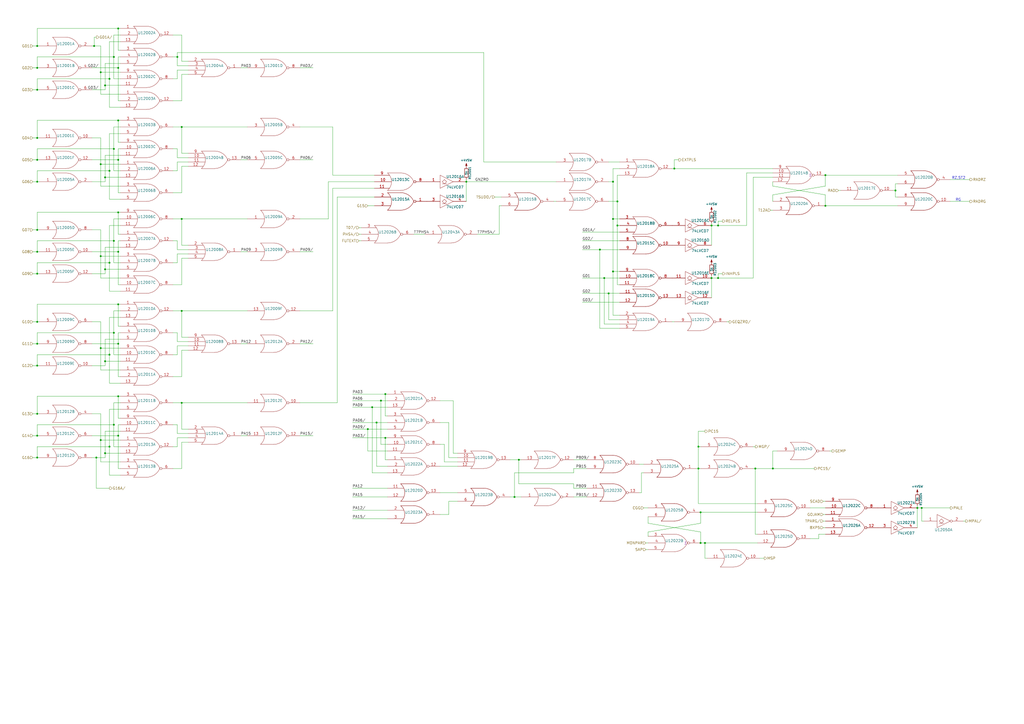
<source format=kicad_sch>
(kicad_sch (version 20211123) (generator eeschema)
  (paper "A2")
  (junction (at 54.61 26.67))
  (junction (at 21.59 212.09))
  (junction (at 21.59 252.73))
  (junction (at 63.5 205.74))
  (junction (at 21.59 240.03))
  (junction (at 416.56 130.81))
  (junction (at 60.96 262.89))
  (junction (at 218.44 245.11))
  (junction (at 405.13 271.78))
  (junction (at 21.59 92.71))
  (junction (at 21.59 133.35))
  (junction (at 358.14 116.84))
  (junction (at 355.6 157.48))
  (junction (at 478.79 119.38))
  (junction (at 355.6 127))
  (junction (at 448.31 271.78))
  (junction (at 353.06 170.18))
  (junction (at 68.58 92.71))
  (junction (at 66.04 86.36))
  (junction (at 105.41 73.66))
  (junction (at 391.16 97.79))
  (junction (at 58.42 95.25))
  (junction (at 21.59 39.37))
  (junction (at 21.59 146.05))
  (junction (at 406.4 297.18))
  (junction (at 220.98 232.41))
  (junction (at 60.96 156.21))
  (junction (at 355.6 105.41))
  (junction (at 534.67 294.64))
  (junction (at 63.5 99.06))
  (junction (at 105.41 233.68))
  (junction (at 68.58 199.39))
  (junction (at 58.42 41.91))
  (junction (at 412.75 161.29))
  (junction (at 21.59 105.41))
  (junction (at 350.52 161.29))
  (junction (at 213.36 248.92))
  (junction (at 60.96 102.87))
  (junction (at 68.58 69.85))
  (junction (at 66.04 193.04))
  (junction (at 63.5 45.72))
  (junction (at 21.59 265.43))
  (junction (at 68.58 16.51))
  (junction (at 68.58 176.53))
  (junction (at 298.45 288.29))
  (junction (at 405.13 259.08))
  (junction (at 68.58 39.37))
  (junction (at 21.59 199.39))
  (junction (at 223.52 228.6))
  (junction (at 408.94 314.96))
  (junction (at 66.04 246.38))
  (junction (at 68.58 252.73))
  (junction (at 270.51 105.41))
  (junction (at 406.4 314.96))
  (junction (at 21.59 158.75))
  (junction (at 532.13 294.64))
  (junction (at 215.9 236.22))
  (junction (at 416.56 161.29))
  (junction (at 68.58 146.05))
  (junction (at 55.88 265.43))
  (junction (at 21.59 80.01))
  (junction (at 58.42 201.93))
  (junction (at 21.59 186.69))
  (junction (at 102.87 33.02))
  (junction (at 223.52 254))
  (junction (at 438.15 271.78))
  (junction (at 358.14 130.81))
  (junction (at 21.59 52.07))
  (junction (at 63.5 259.08))
  (junction (at 300.99 266.7))
  (junction (at 412.75 130.81))
  (junction (at 63.5 152.4))
  (junction (at 58.42 148.59))
  (junction (at 68.58 123.19))
  (junction (at 347.98 144.78))
  (junction (at 60.96 209.55))
  (junction (at 68.58 229.87))
  (junction (at 21.59 26.67))
  (junction (at 519.43 110.49))
  (junction (at 66.04 33.02))
  (junction (at 478.79 101.6))
  (junction (at 58.42 255.27))
  (junction (at 66.04 139.7))
  (junction (at 105.41 127))
  (junction (at 105.41 180.34))
  (junction (at 60.96 49.53))
  (wire (pts (xy 105.41 248.92) (xy 109.22 248.92)))
  (wire (pts (xy 257.81 257.81) (xy 257.81 267.97)))
  (wire (pts (xy 21.59 229.87) (xy 68.58 229.87)))
  (wire (pts (xy 21.59 205.74) (xy 63.5 205.74)))
  (wire (pts (xy 213.36 248.92) (xy 224.79 248.92)))
  (wire (pts (xy 391.16 97.79) (xy 391.16 92.71)))
  (wire (pts (xy 68.58 139.7) (xy 69.85 139.7)))
  (wire (pts (xy 373.38 269.24) (xy 370.84 269.24)))
  (wire (pts (xy 63.5 184.15) (xy 63.5 205.74)))
  (wire (pts (xy 19.05 26.67) (xy 21.59 26.67)))
  (wire (pts (xy 416.56 161.29) (xy 416.56 158.75)))
  (wire (pts (xy 21.59 26.67) (xy 21.59 16.51)))
  (wire (pts (xy 300.99 266.7) (xy 300.99 280.67)))
  (wire (pts (xy 60.96 49.53) (xy 69.85 49.53)))
  (wire (pts (xy 173.99 73.66) (xy 193.04 73.66)))
  (wire (pts (xy 21.59 52.07) (xy 21.59 45.72)))
  (wire (pts (xy 102.87 205.74) (xy 102.87 200.66)))
  (wire (pts (xy 68.58 176.53) (xy 69.85 176.53)))
  (wire (pts (xy 105.41 256.54) (xy 109.22 256.54)))
  (wire (pts (xy 19.05 105.41) (xy 21.59 105.41)))
  (wire (pts (xy 469.9 294.64) (xy 478.79 294.64)))
  (wire (pts (xy 53.34 146.05) (xy 68.58 146.05)))
  (wire (pts (xy 190.5 127) (xy 190.5 105.41)))
  (wire (pts (xy 69.85 255.27) (xy 58.42 255.27)))
  (wire (pts (xy 405.13 250.19) (xy 405.13 259.08)))
  (wire (pts (xy 63.5 275.59) (xy 69.85 275.59)))
  (wire (pts (xy 21.59 186.69) (xy 22.86 186.69)))
  (wire (pts (xy 290.83 119.38) (xy 289.56 119.38)))
  (wire (pts (xy 105.41 180.34) (xy 105.41 195.58)))
  (wire (pts (xy 353.06 93.98) (xy 359.41 93.98)))
  (wire (pts (xy 193.04 101.6) (xy 217.17 101.6)))
  (wire (pts (xy 405.13 259.08) (xy 406.4 259.08)))
  (wire (pts (xy 105.41 271.78) (xy 105.41 256.54)))
  (wire (pts (xy 213.36 119.38) (xy 217.17 119.38)))
  (wire (pts (xy 478.79 298.45) (xy 477.52 298.45)))
  (wire (pts (xy 68.58 111.76) (xy 69.85 111.76)))
  (wire (pts (xy 257.81 267.97) (xy 265.43 267.97)))
  (wire (pts (xy 337.82 170.18) (xy 353.06 170.18)))
  (wire (pts (xy 100.33 20.32) (xy 105.41 20.32)))
  (wire (pts (xy 436.88 161.29) (xy 436.88 102.87)))
  (wire (pts (xy 100.33 86.36) (xy 102.87 86.36)))
  (wire (pts (xy 105.41 233.68) (xy 105.41 248.92)))
  (wire (pts (xy 412.75 160.02) (xy 412.75 161.29)))
  (wire (pts (xy 66.04 86.36) (xy 66.04 99.06)))
  (wire (pts (xy 321.31 116.84) (xy 322.58 116.84)))
  (wire (pts (xy 68.58 86.36) (xy 68.58 92.71)))
  (wire (pts (xy 139.7 146.05) (xy 143.51 146.05)))
  (wire (pts (xy 58.42 133.35) (xy 58.42 148.59)))
  (wire (pts (xy 448.31 113.03) (xy 448.31 116.84)))
  (wire (pts (xy 21.59 123.19) (xy 68.58 123.19)))
  (wire (pts (xy 223.52 228.6) (xy 224.79 228.6)))
  (wire (pts (xy 68.58 33.02) (xy 68.58 39.37)))
  (wire (pts (xy 355.6 97.79) (xy 359.41 97.79)))
  (wire (pts (xy 60.96 49.53) (xy 60.96 52.07)))
  (wire (pts (xy 21.59 105.41) (xy 22.86 105.41)))
  (wire (pts (xy 19.05 252.73) (xy 21.59 252.73)))
  (wire (pts (xy 478.79 107.95) (xy 448.31 113.03)))
  (wire (pts (xy 478.79 302.26) (xy 477.52 302.26)))
  (wire (pts (xy 406.4 297.18) (xy 439.42 297.18)))
  (wire (pts (xy 347.98 144.78) (xy 359.41 144.78)))
  (wire (pts (xy 66.04 180.34) (xy 66.04 193.04)))
  (wire (pts (xy 558.8 302.26) (xy 560.07 302.26)))
  (wire (pts (xy 105.41 149.86) (xy 109.22 149.86)))
  (wire (pts (xy 105.41 88.9) (xy 109.22 88.9)))
  (wire (pts (xy 102.87 99.06) (xy 102.87 93.98)))
  (wire (pts (xy 66.04 33.02) (xy 66.04 45.72)))
  (wire (pts (xy 60.96 262.89) (xy 69.85 262.89)))
  (wire (pts (xy 55.88 265.43) (xy 53.34 265.43)))
  (wire (pts (xy 215.9 236.22) (xy 215.9 274.32)))
  (wire (pts (xy 69.85 148.59) (xy 58.42 148.59)))
  (wire (pts (xy 105.41 73.66) (xy 143.51 73.66)))
  (wire (pts (xy 66.04 73.66) (xy 66.04 86.36)))
  (wire (pts (xy 255.27 257.81) (xy 257.81 257.81)))
  (wire (pts (xy 289.56 135.89) (xy 276.86 135.89)))
  (wire (pts (xy 270.51 105.41) (xy 322.58 105.41)))
  (wire (pts (xy 139.7 252.73) (xy 143.51 252.73)))
  (wire (pts (xy 68.58 33.02) (xy 69.85 33.02)))
  (wire (pts (xy 60.96 209.55) (xy 60.96 212.09)))
  (wire (pts (xy 66.04 233.68) (xy 66.04 246.38)))
  (wire (pts (xy 21.59 69.85) (xy 68.58 69.85)))
  (wire (pts (xy 220.98 232.41) (xy 220.98 257.81)))
  (wire (pts (xy 63.5 45.72) (xy 63.5 62.23)))
  (wire (pts (xy 60.96 156.21) (xy 60.96 158.75)))
  (wire (pts (xy 60.96 250.19) (xy 60.96 262.89)))
  (wire (pts (xy 298.45 274.32) (xy 298.45 288.29)))
  (wire (pts (xy 102.87 200.66) (xy 109.22 200.66)))
  (wire (pts (xy 58.42 54.61) (xy 69.85 54.61)))
  (wire (pts (xy 60.96 102.87) (xy 69.85 102.87)))
  (wire (pts (xy 69.85 95.25) (xy 58.42 95.25)))
  (wire (pts (xy 58.42 186.69) (xy 58.42 201.93)))
  (wire (pts (xy 100.33 127) (xy 105.41 127)))
  (wire (pts (xy 21.59 133.35) (xy 22.86 133.35)))
  (wire (pts (xy 389.89 97.79) (xy 391.16 97.79)))
  (wire (pts (xy 100.33 33.02) (xy 102.87 33.02)))
  (wire (pts (xy 63.5 24.13) (xy 69.85 24.13)))
  (wire (pts (xy 332.74 280.67) (xy 332.74 283.21)))
  (wire (pts (xy 21.59 265.43) (xy 22.86 265.43)))
  (wire (pts (xy 102.87 251.46) (xy 109.22 251.46)))
  (wire (pts (xy 60.96 250.19) (xy 69.85 250.19)))
  (wire (pts (xy 359.41 139.7) (xy 337.82 139.7)))
  (wire (pts (xy 223.52 254) (xy 223.52 266.7)))
  (wire (pts (xy 63.5 99.06) (xy 63.5 115.57)))
  (wire (pts (xy 532.13 294.64) (xy 534.67 294.64)))
  (wire (pts (xy 19.05 186.69) (xy 21.59 186.69)))
  (wire (pts (xy 195.58 114.3) (xy 217.17 114.3)))
  (wire (pts (xy 68.58 135.89) (xy 69.85 135.89)))
  (wire (pts (xy 353.06 170.18) (xy 359.41 170.18)))
  (wire (pts (xy 100.33 246.38) (xy 102.87 246.38)))
  (wire (pts (xy 102.87 152.4) (xy 102.87 147.32)))
  (wire (pts (xy 68.58 242.57) (xy 69.85 242.57)))
  (wire (pts (xy 53.34 252.73) (xy 68.58 252.73)))
  (wire (pts (xy 532.13 294.64) (xy 532.13 306.07)))
  (wire (pts (xy 190.5 105.41) (xy 217.17 105.41)))
  (wire (pts (xy 139.7 92.71) (xy 143.51 92.71)))
  (wire (pts (xy 68.58 165.1) (xy 69.85 165.1)))
  (wire (pts (xy 100.33 165.1) (xy 105.41 165.1)))
  (wire (pts (xy 63.5 184.15) (xy 69.85 184.15)))
  (wire (pts (xy 100.33 193.04) (xy 102.87 193.04)))
  (wire (pts (xy 478.79 101.6) (xy 478.79 107.95)))
  (wire (pts (xy 68.58 16.51) (xy 69.85 16.51)))
  (wire (pts (xy 60.96 143.51) (xy 69.85 143.51)))
  (wire (pts (xy 19.05 265.43) (xy 21.59 265.43)))
  (wire (pts (xy 370.84 285.75) (xy 372.11 285.75)))
  (wire (pts (xy 21.59 39.37) (xy 21.59 33.02)))
  (wire (pts (xy 105.41 73.66) (xy 105.41 88.9)))
  (wire (pts (xy 337.82 144.78) (xy 347.98 144.78)))
  (wire (pts (xy 21.59 52.07) (xy 22.86 52.07)))
  (wire (pts (xy 195.58 233.68) (xy 195.58 114.3)))
  (wire (pts (xy 389.89 186.69) (xy 391.16 186.69)))
  (wire (pts (xy 448.31 271.78) (xy 472.44 271.78)))
  (wire (pts (xy 66.04 259.08) (xy 69.85 259.08)))
  (wire (pts (xy 63.5 77.47) (xy 63.5 99.06)))
  (wire (pts (xy 405.13 259.08) (xy 405.13 271.78)))
  (wire (pts (xy 100.33 58.42) (xy 105.41 58.42)))
  (wire (pts (xy 53.34 39.37) (xy 68.58 39.37)))
  (wire (pts (xy 193.04 73.66) (xy 193.04 101.6)))
  (wire (pts (xy 416.56 128.27) (xy 419.1 128.27)))
  (wire (pts (xy 478.79 306.07) (xy 477.52 306.07)))
  (wire (pts (xy 21.59 265.43) (xy 21.59 259.08)))
  (wire (pts (xy 60.96 196.85) (xy 69.85 196.85)))
  (wire (pts (xy 68.58 229.87) (xy 68.58 242.57)))
  (wire (pts (xy 54.61 26.67) (xy 58.42 26.67)))
  (wire (pts (xy 66.04 99.06) (xy 69.85 99.06)))
  (wire (pts (xy 265.43 285.75) (xy 255.27 285.75)))
  (wire (pts (xy 298.45 288.29) (xy 302.26 288.29)))
  (wire (pts (xy 68.58 82.55) (xy 69.85 82.55)))
  (wire (pts (xy 181.61 146.05) (xy 173.99 146.05)))
  (wire (pts (xy 412.75 130.81) (xy 412.75 142.24)))
  (wire (pts (xy 68.58 69.85) (xy 69.85 69.85)))
  (wire (pts (xy 270.51 105.41) (xy 270.51 116.84)))
  (wire (pts (xy 181.61 199.39) (xy 173.99 199.39)))
  (wire (pts (xy 100.33 111.76) (xy 105.41 111.76)))
  (wire (pts (xy 21.59 158.75) (xy 22.86 158.75)))
  (wire (pts (xy 408.94 250.19) (xy 405.13 250.19)))
  (wire (pts (xy 375.92 314.96) (xy 374.65 314.96)))
  (wire (pts (xy 102.87 144.78) (xy 109.22 144.78)))
  (wire (pts (xy 105.41 165.1) (xy 105.41 149.86)))
  (wire (pts (xy 105.41 127) (xy 143.51 127)))
  (wire (pts (xy 21.59 193.04) (xy 66.04 193.04)))
  (wire (pts (xy 223.52 254) (xy 224.79 254)))
  (wire (pts (xy 412.75 130.81) (xy 416.56 130.81)))
  (wire (pts (xy 102.87 86.36) (xy 102.87 91.44)))
  (wire (pts (xy 218.44 270.51) (xy 224.79 270.51)))
  (wire (pts (xy 53.34 26.67) (xy 54.61 26.67)))
  (wire (pts (xy 173.99 180.34) (xy 193.04 180.34)))
  (wire (pts (xy 295.91 288.29) (xy 298.45 288.29)))
  (wire (pts (xy 66.04 45.72) (xy 69.85 45.72)))
  (wire (pts (xy 209.55 132.08) (xy 208.28 132.08)))
  (wire (pts (xy 139.7 39.37) (xy 143.51 39.37)))
  (wire (pts (xy 220.98 232.41) (xy 224.79 232.41)))
  (wire (pts (xy 403.86 271.78) (xy 405.13 271.78)))
  (wire (pts (xy 105.41 20.32) (xy 105.41 35.56)))
  (wire (pts (xy 519.43 106.68) (xy 520.7 106.68)))
  (wire (pts (xy 213.36 248.92) (xy 213.36 261.62)))
  (wire (pts (xy 347.98 190.5) (xy 359.41 190.5)))
  (wire (pts (xy 68.58 146.05) (xy 68.58 165.1)))
  (wire (pts (xy 63.5 168.91) (xy 69.85 168.91)))
  (wire (pts (xy 21.59 146.05) (xy 21.59 139.7)))
  (wire (pts (xy 181.61 92.71) (xy 173.99 92.71)))
  (wire (pts (xy 66.04 139.7) (xy 66.04 152.4)))
  (wire (pts (xy 355.6 105.41) (xy 355.6 127)))
  (wire (pts (xy 102.87 33.02) (xy 102.87 38.1)))
  (wire (pts (xy 358.14 130.81) (xy 358.14 165.1)))
  (wire (pts (xy 102.87 254) (xy 109.22 254)))
  (wire (pts (xy 68.58 123.19) (xy 69.85 123.19)))
  (wire (pts (xy 63.5 259.08) (xy 63.5 275.59)))
  (wire (pts (xy 209.55 139.7) (xy 208.28 139.7)))
  (wire (pts (xy 350.52 187.96) (xy 359.41 187.96)))
  (wire (pts (xy 213.36 261.62) (xy 224.79 261.62)))
  (wire (pts (xy 332.74 274.32) (xy 332.74 271.78)))
  (wire (pts (xy 372.11 274.32) (xy 373.38 274.32)))
  (wire (pts (xy 262.89 232.41) (xy 262.89 262.89)))
  (wire (pts (xy 433.07 100.33) (xy 448.31 100.33)))
  (wire (pts (xy 21.59 80.01) (xy 22.86 80.01)))
  (wire (pts (xy 63.5 237.49) (xy 63.5 259.08)))
  (wire (pts (xy 391.16 97.79) (xy 448.31 97.79)))
  (wire (pts (xy 100.33 271.78) (xy 105.41 271.78)))
  (wire (pts (xy 487.68 110.49) (xy 486.41 110.49)))
  (wire (pts (xy 265.43 270.51) (xy 255.27 270.51)))
  (wire (pts (xy 340.36 266.7) (xy 332.74 266.7)))
  (wire (pts (xy 68.58 246.38) (xy 69.85 246.38)))
  (wire (pts (xy 173.99 127) (xy 190.5 127)))
  (wire (pts (xy 21.59 199.39) (xy 21.59 193.04)))
  (wire (pts (xy 353.06 170.18) (xy 353.06 185.42)))
  (wire (pts (xy 58.42 255.27) (xy 58.42 267.97)))
  (wire (pts (xy 60.96 90.17) (xy 69.85 90.17)))
  (wire (pts (xy 58.42 267.97) (xy 69.85 267.97)))
  (wire (pts (xy 63.5 222.25) (xy 69.85 222.25)))
  (wire (pts (xy 204.47 228.6) (xy 223.52 228.6)))
  (wire (pts (xy 358.14 116.84) (xy 358.14 130.81)))
  (wire (pts (xy 100.33 45.72) (xy 102.87 45.72)))
  (wire (pts (xy 193.04 109.22) (xy 217.17 109.22)))
  (wire (pts (xy 68.58 193.04) (xy 68.58 199.39)))
  (wire (pts (xy 337.82 161.29) (xy 350.52 161.29)))
  (wire (pts (xy 102.87 259.08) (xy 102.87 254)))
  (wire (pts (xy 240.03 135.89) (xy 246.38 135.89)))
  (wire (pts (xy 105.41 180.34) (xy 143.51 180.34)))
  (wire (pts (xy 66.04 20.32) (xy 69.85 20.32)))
  (wire (pts (xy 355.6 157.48) (xy 359.41 157.48)))
  (wire (pts (xy 68.58 86.36) (xy 69.85 86.36)))
  (wire (pts (xy 262.89 262.89) (xy 265.43 262.89)))
  (wire (pts (xy 223.52 266.7) (xy 224.79 266.7)))
  (wire (pts (xy 255.27 298.45) (xy 260.35 298.45)))
  (wire (pts (xy 21.59 246.38) (xy 66.04 246.38)))
  (wire (pts (xy 58.42 41.91) (xy 58.42 54.61)))
  (wire (pts (xy 224.79 295.91) (xy 204.47 295.91)))
  (wire (pts (xy 260.35 245.11) (xy 260.35 265.43)))
  (wire (pts (xy 358.14 165.1) (xy 359.41 165.1)))
  (wire (pts (xy 375.92 303.53) (xy 375.92 299.72)))
  (wire (pts (xy 478.79 290.83) (xy 477.52 290.83)))
  (wire (pts (xy 102.87 246.38) (xy 102.87 251.46)))
  (wire (pts (xy 105.41 35.56) (xy 109.22 35.56)))
  (wire (pts (xy 448.31 121.92) (xy 447.04 121.92)))
  (wire (pts (xy 391.16 92.71) (xy 393.7 92.71)))
  (wire (pts (xy 332.74 283.21) (xy 340.36 283.21)))
  (wire (pts (xy 287.02 114.3) (xy 290.83 114.3)))
  (wire (pts (xy 448.31 261.62) (xy 450.85 261.62)))
  (wire (pts (xy 105.41 58.42) (xy 105.41 43.18)))
  (wire (pts (xy 105.41 127) (xy 105.41 142.24)))
  (wire (pts (xy 218.44 245.11) (xy 224.79 245.11)))
  (wire (pts (xy 519.43 114.3) (xy 520.7 114.3)))
  (wire (pts (xy 53.34 80.01) (xy 58.42 80.01)))
  (wire (pts (xy 534.67 302.26) (xy 535.94 302.26)))
  (wire (pts (xy 63.5 237.49) (xy 69.85 237.49)))
  (wire (pts (xy 102.87 93.98) (xy 109.22 93.98)))
  (wire (pts (xy 21.59 86.36) (xy 66.04 86.36)))
  (wire (pts (xy 406.4 314.96) (xy 408.94 314.96)))
  (wire (pts (xy 60.96 158.75) (xy 53.34 158.75)))
  (wire (pts (xy 55.88 265.43) (xy 55.88 283.21)))
  (wire (pts (xy 478.79 119.38) (xy 520.7 119.38)))
  (wire (pts (xy 21.59 199.39) (xy 22.86 199.39)))
  (wire (pts (xy 21.59 240.03) (xy 22.86 240.03)))
  (wire (pts (xy 481.33 261.62) (xy 482.6 261.62)))
  (wire (pts (xy 21.59 146.05) (xy 22.86 146.05)))
  (wire (pts (xy 19.05 52.07) (xy 21.59 52.07)))
  (wire (pts (xy 375.92 318.77) (xy 374.65 318.77)))
  (wire (pts (xy 412.75 129.54) (xy 412.75 130.81)))
  (wire (pts (xy 102.87 30.48) (xy 102.87 33.02)))
  (wire (pts (xy 19.05 158.75) (xy 21.59 158.75)))
  (wire (pts (xy 66.04 73.66) (xy 69.85 73.66)))
  (wire (pts (xy 406.4 303.53) (xy 375.92 308.61)))
  (wire (pts (xy 21.59 240.03) (xy 21.59 229.87)))
  (wire (pts (xy 63.5 205.74) (xy 63.5 222.25)))
  (wire (pts (xy 60.96 196.85) (xy 60.96 209.55)))
  (wire (pts (xy 68.58 246.38) (xy 68.58 252.73)))
  (wire (pts (xy 260.35 290.83) (xy 265.43 290.83)))
  (wire (pts (xy 102.87 139.7) (xy 102.87 144.78)))
  (wire (pts (xy 68.58 58.42) (xy 69.85 58.42)))
  (wire (pts (xy 54.61 21.59) (xy 55.88 21.59)))
  (wire (pts (xy 105.41 218.44) (xy 105.41 203.2)))
  (wire (pts (xy 21.59 80.01) (xy 21.59 69.85)))
  (wire (pts (xy 21.59 99.06) (xy 63.5 99.06)))
  (wire (pts (xy 204.47 245.11) (xy 218.44 245.11)))
  (wire (pts (xy 438.15 259.08) (xy 436.88 259.08)))
  (wire (pts (xy 60.96 209.55) (xy 69.85 209.55)))
  (wire (pts (xy 66.04 193.04) (xy 66.04 205.74)))
  (wire (pts (xy 68.58 69.85) (xy 68.58 82.55)))
  (wire (pts (xy 416.56 130.81) (xy 416.56 128.27)))
  (wire (pts (xy 436.88 271.78) (xy 438.15 271.78)))
  (wire (pts (xy 21.59 92.71) (xy 22.86 92.71)))
  (wire (pts (xy 436.88 102.87) (xy 448.31 102.87)))
  (wire (pts (xy 63.5 130.81) (xy 63.5 152.4)))
  (wire (pts (xy 224.79 283.21) (xy 204.47 283.21)))
  (wire (pts (xy 58.42 26.67) (xy 58.42 41.91)))
  (wire (pts (xy 347.98 144.78) (xy 347.98 190.5)))
  (wire (pts (xy 204.47 232.41) (xy 220.98 232.41)))
  (wire (pts (xy 438.15 271.78) (xy 438.15 309.88)))
  (wire (pts (xy 102.87 91.44) (xy 109.22 91.44)))
  (wire (pts (xy 58.42 240.03) (xy 58.42 255.27)))
  (wire (pts (xy 105.41 203.2) (xy 109.22 203.2)))
  (wire (pts (xy 359.41 175.26) (xy 337.82 175.26)))
  (wire (pts (xy 58.42 95.25) (xy 58.42 107.95)))
  (wire (pts (xy 21.59 133.35) (xy 21.59 123.19)))
  (wire (pts (xy 60.96 265.43) (xy 55.88 265.43)))
  (wire (pts (xy 223.52 228.6) (xy 223.52 241.3)))
  (wire (pts (xy 21.59 186.69) (xy 21.59 176.53)))
  (wire (pts (xy 58.42 80.01) (xy 58.42 95.25)))
  (wire (pts (xy 58.42 214.63) (xy 69.85 214.63)))
  (wire (pts (xy 102.87 38.1) (xy 109.22 38.1)))
  (wire (pts (xy 21.59 259.08) (xy 63.5 259.08)))
  (wire (pts (xy 66.04 205.74) (xy 69.85 205.74)))
  (wire (pts (xy 100.33 73.66) (xy 105.41 73.66)))
  (wire (pts (xy 474.98 312.42) (xy 474.98 309.88)))
  (wire (pts (xy 270.51 104.14) (xy 270.51 105.41)))
  (wire (pts (xy 68.58 16.51) (xy 68.58 29.21)))
  (wire (pts (xy 63.5 130.81) (xy 69.85 130.81)))
  (wire (pts (xy 416.56 158.75) (xy 419.1 158.75)))
  (wire (pts (xy 433.07 130.81) (xy 433.07 100.33)))
  (wire (pts (xy 21.59 139.7) (xy 66.04 139.7)))
  (wire (pts (xy 289.56 119.38) (xy 289.56 135.89)))
  (wire (pts (xy 68.58 29.21) (xy 69.85 29.21)))
  (wire (pts (xy 60.96 212.09) (xy 53.34 212.09)))
  (wire (pts (xy 102.87 198.12) (xy 109.22 198.12)))
  (wire (pts (xy 21.59 176.53) (xy 68.58 176.53)))
  (wire (pts (xy 412.75 161.29) (xy 412.75 172.72)))
  (wire (pts (xy 69.85 41.91) (xy 58.42 41.91)))
  (wire (pts (xy 100.33 218.44) (xy 105.41 218.44)))
  (wire (pts (xy 60.96 36.83) (xy 69.85 36.83)))
  (wire (pts (xy 416.56 161.29) (xy 436.88 161.29)))
  (wire (pts (xy 55.88 283.21) (xy 63.5 283.21)))
  (wire (pts (xy 60.96 105.41) (xy 53.34 105.41)))
  (wire (pts (xy 68.58 193.04) (xy 69.85 193.04)))
  (wire (pts (xy 21.59 26.67) (xy 22.86 26.67)))
  (wire (pts (xy 63.5 152.4) (xy 63.5 168.91)))
  (wire (pts (xy 68.58 123.19) (xy 68.58 135.89)))
  (wire (pts (xy 68.58 271.78) (xy 69.85 271.78)))
  (wire (pts (xy 478.79 113.03) (xy 448.31 107.95)))
  (wire (pts (xy 21.59 16.51) (xy 68.58 16.51)))
  (wire (pts (xy 295.91 266.7) (xy 300.99 266.7)))
  (wire (pts (xy 53.34 133.35) (xy 58.42 133.35)))
  (wire (pts (xy 551.18 116.84) (xy 562.61 116.84)))
  (wire (pts (xy 478.79 101.6) (xy 520.7 101.6)))
  (wire (pts (xy 68.58 189.23) (xy 69.85 189.23)))
  (wire (pts (xy 19.05 212.09) (xy 21.59 212.09)))
  (wire (pts (xy 532.13 293.37) (xy 532.13 294.64)))
  (wire (pts (xy 66.04 127) (xy 66.04 139.7)))
  (wire (pts (xy 66.04 20.32) (xy 66.04 33.02)))
  (wire (pts (xy 255.27 232.41) (xy 262.89 232.41)))
  (wire (pts (xy 375.92 294.64) (xy 373.38 294.64)))
  (wire (pts (xy 405.13 292.1) (xy 439.42 292.1)))
  (wire (pts (xy 68.58 39.37) (xy 68.58 58.42)))
  (wire (pts (xy 220.98 257.81) (xy 224.79 257.81)))
  (wire (pts (xy 350.52 161.29) (xy 350.52 187.96)))
  (wire (pts (xy 551.18 104.14) (xy 562.61 104.14)))
  (wire (pts (xy 181.61 39.37) (xy 173.99 39.37)))
  (wire (pts (xy 68.58 252.73) (xy 68.58 271.78)))
  (wire (pts (xy 60.96 52.07) (xy 53.34 52.07)))
  (wire (pts (xy 21.59 212.09) (xy 21.59 205.74)))
  (wire (pts (xy 300.99 280.67) (xy 332.74 280.67)))
  (wire (pts (xy 53.34 186.69) (xy 58.42 186.69)))
  (wire (pts (xy 215.9 274.32) (xy 224.79 274.32)))
  (wire (pts (xy 204.47 248.92) (xy 213.36 248.92)))
  (wire (pts (xy 21.59 39.37) (xy 22.86 39.37)))
  (wire (pts (xy 102.87 45.72) (xy 102.87 40.64)))
  (wire (pts (xy 448.31 107.95) (xy 448.31 105.41)))
  (wire (pts (xy 412.75 161.29) (xy 416.56 161.29)))
  (wire (pts (xy 21.59 33.02) (xy 66.04 33.02)))
  (wire (pts (xy 478.79 119.38) (xy 478.79 113.03)))
  (wire (pts (xy 21.59 252.73) (xy 22.86 252.73)))
  (wire (pts (xy 60.96 156.21) (xy 69.85 156.21)))
  (wire (pts (xy 406.4 308.61) (xy 375.92 303.53)))
  (wire (pts (xy 204.47 254) (xy 223.52 254)))
  (wire (pts (xy 181.61 252.73) (xy 173.99 252.73)))
  (wire (pts (xy 21.59 105.41) (xy 21.59 99.06)))
  (wire (pts (xy 359.41 101.6) (xy 358.14 101.6)))
  (wire (pts (xy 100.33 99.06) (xy 102.87 99.06)))
  (wire (pts (xy 19.05 39.37) (xy 21.59 39.37)))
  (wire (pts (xy 438.15 271.78) (xy 448.31 271.78)))
  (wire (pts (xy 375.92 308.61) (xy 375.92 311.15)))
  (wire (pts (xy 53.34 240.03) (xy 58.42 240.03)))
  (wire (pts (xy 358.14 130.81) (xy 359.41 130.81)))
  (wire (pts (xy 60.96 143.51) (xy 60.96 156.21)))
  (wire (pts (xy 353.06 105.41) (xy 355.6 105.41)))
  (wire (pts (xy 408.94 323.85) (xy 410.21 323.85)))
  (wire (pts (xy 100.33 259.08) (xy 102.87 259.08)))
  (wire (pts (xy 53.34 199.39) (xy 68.58 199.39)))
  (wire (pts (xy 405.13 271.78) (xy 405.13 292.1)))
  (wire (pts (xy 353.06 185.42) (xy 359.41 185.42)))
  (wire (pts (xy 422.91 186.69) (xy 421.64 186.69)))
  (wire (pts (xy 218.44 245.11) (xy 218.44 270.51)))
  (wire (pts (xy 63.5 115.57) (xy 69.85 115.57)))
  (wire (pts (xy 355.6 127) (xy 355.6 157.48)))
  (wire (pts (xy 139.7 199.39) (xy 143.51 199.39)))
  (wire (pts (xy 58.42 148.59) (xy 58.42 161.29)))
  (wire (pts (xy 100.33 180.34) (xy 105.41 180.34)))
  (wire (pts (xy 255.27 245.11) (xy 260.35 245.11)))
  (wire (pts (xy 534.67 294.64) (xy 551.18 294.64)))
  (wire (pts (xy 359.41 134.62) (xy 337.82 134.62)))
  (wire (pts (xy 406.4 297.18) (xy 406.4 303.53)))
  (wire (pts (xy 58.42 201.93) (xy 58.42 214.63)))
  (wire (pts (xy 332.74 288.29) (xy 340.36 288.29)))
  (wire (pts (xy 102.87 40.64) (xy 109.22 40.64)))
  (wire (pts (xy 21.59 152.4) (xy 63.5 152.4)))
  (wire (pts (xy 66.04 127) (xy 69.85 127)))
  (wire (pts (xy 102.87 147.32) (xy 109.22 147.32)))
  (wire (pts (xy 68.58 176.53) (xy 68.58 189.23)))
  (wire (pts (xy 534.67 302.26) (xy 534.67 294.64)))
  (wire (pts (xy 280.67 30.48) (xy 280.67 93.98)))
  (wire (pts (xy 66.04 180.34) (xy 69.85 180.34)))
  (wire (pts (xy 355.6 127) (xy 359.41 127)))
  (wire (pts (xy 224.79 288.29) (xy 204.47 288.29)))
  (wire (pts (xy 66.04 246.38) (xy 66.04 259.08)))
  (wire (pts (xy 519.43 106.68) (xy 519.43 110.49)))
  (wire (pts (xy 100.33 139.7) (xy 102.87 139.7)))
  (wire (pts (xy 68.58 139.7) (xy 68.58 146.05)))
  (wire (pts (xy 63.5 24.13) (xy 63.5 45.72)))
  (wire (pts (xy 63.5 62.23) (xy 69.85 62.23)))
  (wire (pts (xy 358.14 101.6) (xy 358.14 116.84)))
  (wire (pts (xy 100.33 205.74) (xy 102.87 205.74)))
  (wire (pts (xy 260.35 265.43) (xy 265.43 265.43)))
  (wire (pts (xy 60.96 90.17) (xy 60.96 102.87)))
  (wire (pts (xy 68.58 92.71) (xy 68.58 111.76)))
  (wire (pts (xy 208.28 135.89) (xy 209.55 135.89)))
  (wire (pts (xy 355.6 157.48) (xy 355.6 182.88)))
  (wire (pts (xy 100.33 152.4) (xy 102.87 152.4)))
  (wire (pts (xy 21.59 212.09) (xy 22.86 212.09)))
  (wire (pts (xy 105.41 96.52) (xy 109.22 96.52)))
  (wire (pts (xy 21.59 158.75) (xy 21.59 152.4)))
  (wire (pts (xy 440.69 323.85) (xy 443.23 323.85)))
  (wire (pts (xy 68.58 229.87) (xy 69.85 229.87)))
  (wire (pts (xy 408.94 314.96) (xy 439.42 314.96)))
  (wire (pts (xy 105.41 233.68) (xy 143.51 233.68)))
  (wire (pts (xy 260.35 298.45) (xy 260.35 290.83)))
  (wire (pts (xy 408.94 314.96) (xy 408.94 323.85)))
  (wire (pts (xy 102.87 30.48) (xy 280.67 30.48)))
  (wire (pts (xy 469.9 312.42) (xy 474.98 312.42)))
  (wire (pts (xy 223.52 241.3) (xy 224.79 241.3)))
  (wire (pts (xy 21.59 45.72) (xy 63.5 45.72)))
  (wire (pts (xy 298.45 274.32) (xy 332.74 274.32)))
  (wire (pts (xy 19.05 240.03) (xy 21.59 240.03)))
  (wire (pts (xy 215.9 236.22) (xy 224.79 236.22)))
  (wire (pts (xy 102.87 193.04) (xy 102.87 198.12)))
  (wire (pts (xy 280.67 93.98) (xy 322.58 93.98)))
  (wire (pts (xy 66.04 152.4) (xy 69.85 152.4)))
  (wire (pts (xy 66.04 233.68) (xy 69.85 233.68)))
  (wire (pts (xy 350.52 161.29) (xy 359.41 161.29)))
  (wire (pts (xy 355.6 97.79) (xy 355.6 105.41)))
  (wire (pts (xy 19.05 146.05) (xy 21.59 146.05)))
  (wire (pts (xy 60.96 102.87) (xy 60.96 105.41)))
  (wire (pts (xy 173.99 233.68) (xy 195.58 233.68)))
  (wire (pts (xy 21.59 92.71) (xy 21.59 86.36)))
  (wire (pts (xy 300.99 266.7) (xy 302.26 266.7)))
  (wire (pts (xy 224.79 300.99) (xy 204.47 300.99)))
  (wire (pts (xy 448.31 271.78) (xy 448.31 261.62)))
  (wire (pts (xy 19.05 199.39) (xy 21.59 199.39)))
  (wire (pts (xy 58.42 107.95) (xy 69.85 107.95)))
  (wire (pts (xy 355.6 182.88) (xy 359.41 182.88)))
  (wire (pts (xy 193.04 180.34) (xy 193.04 109.22)))
  (wire (pts (xy 69.85 201.93) (xy 58.42 201.93)))
  (wire (pts (xy 438.15 309.88) (xy 439.42 309.88)))
  (wire (pts (xy 19.05 80.01) (xy 21.59 80.01)))
  (wire (pts (xy 406.4 314.96) (xy 406.4 308.61)))
  (wire (pts (xy 21.59 252.73) (xy 21.59 246.38)))
  (wire (pts (xy 63.5 77.47) (xy 69.85 77.47)))
  (wire (pts (xy 358.14 116.84) (xy 353.06 116.84)))
  (wire (pts (xy 60.96 262.89) (xy 60.96 265.43)))
  (wire (pts (xy 204.47 236.22) (xy 215.9 236.22)))
  (wire (pts (xy 416.56 130.81) (xy 433.07 130.81)))
  (wire (pts (xy 474.98 309.88) (xy 478.79 309.88)))
  (wire (pts (xy 518.16 110.49) (xy 519.43 110.49)))
  (wire (pts (xy 53.34 92.71) (xy 68.58 92.71)))
  (wire (pts (xy 519.43 110.49) (xy 519.43 114.3)))
  (wire (pts (xy 105.41 43.18) (xy 109.22 43.18)))
  (wire (pts (xy 19.05 133.35) (xy 21.59 133.35)))
  (wire (pts (xy 100.33 233.68) (xy 105.41 233.68)))
  (wire (pts (xy 19.05 92.71) (xy 21.59 92.71)))
  (wire (pts (xy 60.96 36.83) (xy 60.96 49.53)))
  (wire (pts (xy 105.41 142.24) (xy 109.22 142.24)))
  (wire (pts (xy 332.74 271.78) (xy 340.36 271.78)))
  (wire (pts (xy 54.61 26.67) (xy 54.61 21.59)))
  (wire (pts (xy 68.58 218.44) (xy 69.85 218.44)))
  (wire (pts (xy 105.41 195.58) (xy 109.22 195.58)))
  (wire (pts (xy 68.58 199.39) (xy 68.58 218.44)))
  (wire (pts (xy 372.11 285.75) (xy 372.11 274.32)))
  (wire (pts (xy 405.13 271.78) (xy 406.4 271.78)))
  (wire (pts (xy 58.42 161.29) (xy 69.85 161.29)))
  (wire (pts (xy 105.41 111.76) (xy 105.41 96.52)))
  (text "RZ,ST2" (at 560.07 104.14 180) (effects (font (size 1.524 1.524)) (justify right bottom)))
  (text "RG" (at 557.53 116.84 180) (effects (font (size 1.524 1.524)) (justify right bottom)))
  (label "PA09" (at 204.47 236.22 0) (effects (font (size 1.524 1.524))))
  (label "PA09/" (at 204.47 248.92 0) (effects (font (size 1.524 1.524))))
  (label "PA09/" (at 181.61 146.05 180) (effects (font (size 1.524 1.524))))
  (label "G03/" (at 57.15 52.07 180) (effects (font (size 1.524 1.524))))
  (label "G02/" (at 57.15 39.37 180) (effects (font (size 1.524 1.524))))
  (label "PA15/" (at 204.47 300.99 0) (effects (font (size 1.524 1.524))))
  (label "PA12/" (at 204.47 295.91 0) (effects (font (size 1.524 1.524))))
  (label "PA06" (at 139.7 92.71 0) (effects (font (size 1.524 1.524))))
  (label "G02/" (at 337.82 139.7 0) (effects (font (size 1.524 1.524))))
  (label "PA06/" (at 181.61 92.71 180) (effects (font (size 1.524 1.524))))
  (label "G02" (at 337.82 170.18 0) (effects (font (size 1.524 1.524))))
  (label "PA03" (at 204.47 228.6 0) (effects (font (size 1.524 1.524))))
  (label "PB15/" (at 334.01 288.29 0) (effects (font (size 1.524 1.524))))
  (label "PA06" (at 204.47 232.41 0) (effects (font (size 1.524 1.524))))
  (label "GNZRO" (at 275.59 105.41 0) (effects (font (size 1.524 1.524))))
  (label "G01A/" (at 337.82 134.62 0) (effects (font (size 1.524 1.524))))
  (label "PB09" (at 334.01 283.21 0) (effects (font (size 1.524 1.524))))
  (label "PA03/" (at 204.47 254 0) (effects (font (size 1.524 1.524))))
  (label "PA12" (at 139.7 199.39 0) (effects (font (size 1.524 1.524))))
  (label "PA03/" (at 181.61 39.37 180) (effects (font (size 1.524 1.524))))
  (label "PA03" (at 139.7 39.37 0) (effects (font (size 1.524 1.524))))
  (label "PB15" (at 334.01 271.78 0) (effects (font (size 1.524 1.524))))
  (label "PA12/" (at 181.61 199.39 180) (effects (font (size 1.524 1.524))))
  (label "T7PHS4/" (at 276.86 135.89 0) (effects (font (size 1.524 1.524))))
  (label "G03" (at 337.82 144.78 0) (effects (font (size 1.524 1.524))))
  (label "G03/" (at 337.82 175.26 0) (effects (font (size 1.524 1.524))))
  (label "PA15" (at 139.7 252.73 0) (effects (font (size 1.524 1.524))))
  (label "PB09/" (at 334.01 266.7 0) (effects (font (size 1.524 1.524))))
  (label "PA15" (at 204.47 288.29 0) (effects (font (size 1.524 1.524))))
  (label "PA06/" (at 204.47 245.11 0) (effects (font (size 1.524 1.524))))
  (label "PA09" (at 139.7 146.05 0) (effects (font (size 1.524 1.524))))
  (label "T7PHS4" (at 240.03 135.89 0) (effects (font (size 1.524 1.524))))
  (label "PA15/" (at 181.61 252.73 180) (effects (font (size 1.524 1.524))))
  (label "G01" (at 337.82 161.29 0) (effects (font (size 1.524 1.524))))
  (label "PA12" (at 204.47 283.21 0) (effects (font (size 1.524 1.524))))
  (hierarchical_label "MSP" (shape output) (at 443.23 323.85 0) (effects (font (size 1.524 1.524))))
  (hierarchical_label "G08" (shape input) (at 19.05 146.05 180) (effects (font (size 1.524 1.524))))
  (hierarchical_label "PC15/" (shape output) (at 472.44 271.78 0) (effects (font (size 1.524 1.524))))
  (hierarchical_label "SAP" (shape input) (at 374.65 318.77 180) (effects (font (size 1.524 1.524))))
  (hierarchical_label "G03" (shape input) (at 19.05 52.07 180) (effects (font (size 1.524 1.524))))
  (hierarchical_label "PHS4/" (shape input) (at 208.28 135.89 180) (effects (font (size 1.524 1.524))))
  (hierarchical_label "INHPLS" (shape output) (at 419.1 158.75 0) (effects (font (size 1.524 1.524))))
  (hierarchical_label "EXTPLS" (shape output) (at 393.7 92.71 0) (effects (font (size 1.524 1.524))))
  (hierarchical_label "SCAD" (shape input) (at 477.52 290.83 180) (effects (font (size 1.524 1.524))))
  (hierarchical_label "G04" (shape input) (at 19.05 80.01 180) (effects (font (size 1.524 1.524))))
  (hierarchical_label "FUTEXT" (shape input) (at 208.28 139.7 180) (effects (font (size 1.524 1.524))))
  (hierarchical_label "G12" (shape input) (at 19.05 212.09 180) (effects (font (size 1.524 1.524))))
  (hierarchical_label "GOJAM" (shape input) (at 477.52 298.45 180) (effects (font (size 1.524 1.524))))
  (hierarchical_label "RAD" (shape input) (at 486.41 110.49 180) (effects (font (size 1.524 1.524))))
  (hierarchical_label "RADRZ" (shape output) (at 562.61 104.14 0) (effects (font (size 1.524 1.524))))
  (hierarchical_label "G10" (shape input) (at 19.05 186.69 180) (effects (font (size 1.524 1.524))))
  (hierarchical_label "PALE" (shape output) (at 551.18 294.64 0) (effects (font (size 1.524 1.524))))
  (hierarchical_label "PC15" (shape output) (at 408.94 250.19 0) (effects (font (size 1.524 1.524))))
  (hierarchical_label "RADRG" (shape output) (at 562.61 116.84 0) (effects (font (size 1.524 1.524))))
  (hierarchical_label "T12A" (shape input) (at 447.04 121.92 180) (effects (font (size 1.524 1.524))))
  (hierarchical_label "8XP5" (shape input) (at 477.52 306.07 180) (effects (font (size 1.524 1.524))))
  (hierarchical_label "G01A/" (shape output) (at 55.88 21.59 0) (effects (font (size 1.524 1.524))))
  (hierarchical_label "MGP/" (shape output) (at 438.15 259.08 0) (effects (font (size 1.524 1.524))))
  (hierarchical_label "G13" (shape input) (at 19.05 240.03 180) (effects (font (size 1.524 1.524))))
  (hierarchical_label "G11" (shape input) (at 19.05 199.39 180) (effects (font (size 1.524 1.524))))
  (hierarchical_label "GEMP" (shape output) (at 482.6 261.62 0) (effects (font (size 1.524 1.524))))
  (hierarchical_label "MPAL/" (shape output) (at 560.07 302.26 0) (effects (font (size 1.524 1.524))))
  (hierarchical_label "GEQZRO/" (shape output) (at 422.91 186.69 0) (effects (font (size 1.524 1.524))))
  (hierarchical_label "CGG" (shape input) (at 373.38 294.64 180) (effects (font (size 1.524 1.524))))
  (hierarchical_label "TSUDO/" (shape input) (at 287.02 114.3 180) (effects (font (size 1.524 1.524))))
  (hierarchical_label "G09" (shape input) (at 19.05 158.75 180) (effects (font (size 1.524 1.524))))
  (hierarchical_label "G01" (shape input) (at 19.05 26.67 180) (effects (font (size 1.524 1.524))))
  (hierarchical_label "G14" (shape input) (at 19.05 252.73 180) (effects (font (size 1.524 1.524))))
  (hierarchical_label "RELPLS" (shape output) (at 419.1 128.27 0) (effects (font (size 1.524 1.524))))
  (hierarchical_label "MONPAR" (shape input) (at 374.65 314.96 180) (effects (font (size 1.524 1.524))))
  (hierarchical_label "G02" (shape input) (at 19.05 39.37 180) (effects (font (size 1.524 1.524))))
  (hierarchical_label "T07/" (shape input) (at 208.28 132.08 180) (effects (font (size 1.524 1.524))))
  (hierarchical_label "G06" (shape input) (at 19.05 105.41 180) (effects (font (size 1.524 1.524))))
  (hierarchical_label "G16A/" (shape output) (at 63.5 283.21 0) (effects (font (size 1.524 1.524))))
  (hierarchical_label "G05" (shape input) (at 19.05 92.71 180) (effects (font (size 1.524 1.524))))
  (hierarchical_label "G15" (shape input) (at 213.36 119.38 180) (effects (font (size 1.524 1.524))))
  (hierarchical_label "G16" (shape input) (at 19.05 265.43 180) (effects (font (size 1.524 1.524))))
  (hierarchical_label "TPARG/" (shape input) (at 477.52 302.26 180) (effects (font (size 1.524 1.524))))
  (hierarchical_label "G07" (shape input) (at 19.05 133.35 180) (effects (font (size 1.524 1.524))))
  (symbol (lib_id "agc_kicad_components:74HC04") (at 38.1 26.67 0) (unit 1)
    (property "Reference" "U12001" (at 38.1 25.4 0) (effects (font (size 1.524 1.524))))
    (property "Value" "74HC04" (effects hide))
  )
  (symbol (lib_id "agc_kicad_components:74HC04") (at 38.1 39.37 0) (unit 2)
    (property "Reference" "U12001" (at 38.1 38.1 0) (effects (font (size 1.524 1.524))))
    (property "Value" "74HC04" (effects hide))
  )
  (symbol (lib_id "agc_kicad_components:74HC04") (at 38.1 52.07 0) (unit 3)
    (property "Reference" "U12001" (at 38.1 50.8 0) (effects (font (size 1.524 1.524))))
    (property "Value" "74HC04" (effects hide))
  )
  (symbol (lib_id "agc_kicad_components:74HC27") (at 85.09 20.32 0) (unit 1)
    (property "Reference" "U12002" (at 85.09 19.05 0) (effects (font (size 1.524 1.524))))
    (property "Value" "74HC27" (effects hide))
  )
  (symbol (lib_id "agc_kicad_components:74HC27") (at 85.09 33.02 0) (unit 2)
    (property "Reference" "U12002" (at 85.09 31.75 0) (effects (font (size 1.524 1.524))))
    (property "Value" "74HC27" (effects hide))
  )
  (symbol (lib_id "agc_kicad_components:74HC27") (at 85.09 45.72 0) (unit 3)
    (property "Reference" "U12002" (at 85.09 44.45 0) (effects (font (size 1.524 1.524))))
    (property "Value" "74HC27" (effects hide))
  )
  (symbol (lib_id "agc_kicad_components:74HC27") (at 85.09 58.42 0) (unit 1)
    (property "Reference" "U12003" (at 85.09 57.15 0) (effects (font (size 1.524 1.524))))
    (property "Value" "74HC27" (effects hide))
  )
  (symbol (lib_id "agc_kicad_components:74HC4002") (at 124.46 39.37 0) (unit 1)
    (property "Reference" "U12004" (at 124.46 38.1 0) (effects (font (size 1.524 1.524))))
    (property "Value" "74HC4002" (effects hide))
  )
  (symbol (lib_id "agc_kicad_components:74HC04") (at 158.75 39.37 0) (unit 4)
    (property "Reference" "U12001" (at 158.75 38.1 0) (effects (font (size 1.524 1.524))))
    (property "Value" "74HC04" (effects hide))
  )
  (symbol (lib_id "agc_kicad_components:74HC04") (at 38.1 80.01 0) (unit 5)
    (property "Reference" "U12001" (at 38.1 78.74 0) (effects (font (size 1.524 1.524))))
    (property "Value" "74HC04" (effects hide))
  )
  (symbol (lib_id "agc_kicad_components:74HC04") (at 38.1 92.71 0) (unit 6)
    (property "Reference" "U12001" (at 38.1 91.44 0) (effects (font (size 1.524 1.524))))
    (property "Value" "74HC04" (effects hide))
  )
  (symbol (lib_id "agc_kicad_components:74HC04") (at 38.1 105.41 0) (unit 1)
    (property "Reference" "U12005" (at 38.1 104.14 0) (effects (font (size 1.524 1.524))))
    (property "Value" "74HC04" (effects hide))
  )
  (symbol (lib_id "agc_kicad_components:74HC27") (at 85.09 73.66 0) (unit 2)
    (property "Reference" "U12003" (at 85.09 72.39 0) (effects (font (size 1.524 1.524))))
    (property "Value" "74HC27" (effects hide))
  )
  (symbol (lib_id "agc_kicad_components:74HC27") (at 85.09 86.36 0) (unit 3)
    (property "Reference" "U12003" (at 85.09 85.09 0) (effects (font (size 1.524 1.524))))
    (property "Value" "74HC27" (effects hide))
  )
  (symbol (lib_id "agc_kicad_components:74HC27") (at 85.09 99.06 0) (unit 1)
    (property "Reference" "U12006" (at 85.09 97.79 0) (effects (font (size 1.524 1.524))))
    (property "Value" "74HC27" (effects hide))
  )
  (symbol (lib_id "agc_kicad_components:74HC27") (at 85.09 111.76 0) (unit 2)
    (property "Reference" "U12006" (at 85.09 110.49 0) (effects (font (size 1.524 1.524))))
    (property "Value" "74HC27" (effects hide))
  )
  (symbol (lib_id "agc_kicad_components:74HC4002") (at 124.46 92.71 0) (unit 2)
    (property "Reference" "U12004" (at 124.46 91.44 0) (effects (font (size 1.524 1.524))))
    (property "Value" "74HC4002" (effects hide))
  )
  (symbol (lib_id "agc_kicad_components:74HC04") (at 158.75 92.71 0) (unit 3)
    (property "Reference" "U12005" (at 158.75 91.44 0) (effects (font (size 1.524 1.524))))
    (property "Value" "74HC04" (effects hide))
  )
  (symbol (lib_id "agc_kicad_components:74HC04") (at 158.75 73.66 0) (unit 2)
    (property "Reference" "U12005" (at 158.75 72.39 0) (effects (font (size 1.524 1.524))))
    (property "Value" "74HC04" (effects hide))
  )
  (symbol (lib_id "agc_kicad_components:74HC04") (at 38.1 133.35 0) (unit 4)
    (property "Reference" "U12005" (at 38.1 132.08 0) (effects (font (size 1.524 1.524))))
    (property "Value" "74HC04" (effects hide))
  )
  (symbol (lib_id "agc_kicad_components:74HC04") (at 38.1 146.05 0) (unit 5)
    (property "Reference" "U12005" (at 38.1 144.78 0) (effects (font (size 1.524 1.524))))
    (property "Value" "74HC04" (effects hide))
  )
  (symbol (lib_id "agc_kicad_components:74HC04") (at 38.1 158.75 0) (unit 6)
    (property "Reference" "U12005" (at 38.1 157.48 0) (effects (font (size 1.524 1.524))))
    (property "Value" "74HC04" (effects hide))
  )
  (symbol (lib_id "agc_kicad_components:74HC27") (at 85.09 127 0) (unit 3)
    (property "Reference" "U12006" (at 85.09 125.73 0) (effects (font (size 1.524 1.524))))
    (property "Value" "74HC27" (effects hide))
  )
  (symbol (lib_id "agc_kicad_components:74HC27") (at 85.09 139.7 0) (unit 1)
    (property "Reference" "U12007" (at 85.09 138.43 0) (effects (font (size 1.524 1.524))))
    (property "Value" "74HC27" (effects hide))
  )
  (symbol (lib_id "agc_kicad_components:74HC27") (at 85.09 152.4 0) (unit 2)
    (property "Reference" "U12007" (at 85.09 151.13 0) (effects (font (size 1.524 1.524))))
    (property "Value" "74HC27" (effects hide))
  )
  (symbol (lib_id "agc_kicad_components:74HC27") (at 85.09 165.1 0) (unit 3)
    (property "Reference" "U12007" (at 85.09 163.83 0) (effects (font (size 1.524 1.524))))
    (property "Value" "74HC27" (effects hide))
  )
  (symbol (lib_id "agc_kicad_components:74HC4002") (at 124.46 146.05 0) (unit 1)
    (property "Reference" "U12008" (at 124.46 144.78 0) (effects (font (size 1.524 1.524))))
    (property "Value" "74HC4002" (effects hide))
  )
  (symbol (lib_id "agc_kicad_components:74HC04") (at 158.75 146.05 0) (unit 2)
    (property "Reference" "U12009" (at 158.75 144.78 0) (effects (font (size 1.524 1.524))))
    (property "Value" "74HC04" (effects hide))
  )
  (symbol (lib_id "agc_kicad_components:74HC04") (at 158.75 127 0) (unit 1)
    (property "Reference" "U12009" (at 158.75 125.73 0) (effects (font (size 1.524 1.524))))
    (property "Value" "74HC04" (effects hide))
  )
  (symbol (lib_id "agc_kicad_components:74HC04") (at 38.1 186.69 0) (unit 3)
    (property "Reference" "U12009" (at 38.1 185.42 0) (effects (font (size 1.524 1.524))))
    (property "Value" "74HC04" (effects hide))
  )
  (symbol (lib_id "agc_kicad_components:74HC04") (at 38.1 199.39 0) (unit 4)
    (property "Reference" "U12009" (at 38.1 198.12 0) (effects (font (size 1.524 1.524))))
    (property "Value" "74HC04" (effects hide))
  )
  (symbol (lib_id "agc_kicad_components:74HC04") (at 38.1 212.09 0) (unit 5)
    (property "Reference" "U12009" (at 38.1 210.82 0) (effects (font (size 1.524 1.524))))
    (property "Value" "74HC04" (effects hide))
  )
  (symbol (lib_id "agc_kicad_components:74HC27") (at 85.09 180.34 0) (unit 1)
    (property "Reference" "U12010" (at 85.09 179.07 0) (effects (font (size 1.524 1.524))))
    (property "Value" "74HC27" (effects hide))
  )
  (symbol (lib_id "agc_kicad_components:74HC27") (at 85.09 193.04 0) (unit 2)
    (property "Reference" "U12010" (at 85.09 191.77 0) (effects (font (size 1.524 1.524))))
    (property "Value" "74HC27" (effects hide))
  )
  (symbol (lib_id "agc_kicad_components:74HC27") (at 85.09 205.74 0) (unit 3)
    (property "Reference" "U12010" (at 85.09 204.47 0) (effects (font (size 1.524 1.524))))
    (property "Value" "74HC27" (effects hide))
  )
  (symbol (lib_id "agc_kicad_components:74HC27") (at 85.09 218.44 0) (unit 1)
    (property "Reference" "U12011" (at 85.09 217.17 0) (effects (font (size 1.524 1.524))))
    (property "Value" "74HC27" (effects hide))
  )
  (symbol (lib_id "agc_kicad_components:74HC4002") (at 124.46 199.39 0) (unit 2)
    (property "Reference" "U12008" (at 124.46 198.12 0) (effects (font (size 1.524 1.524))))
    (property "Value" "74HC4002" (effects hide))
  )
  (symbol (lib_id "agc_kicad_components:74HC04") (at 158.75 199.39 0) (unit 1)
    (property "Reference" "U12012" (at 158.75 198.12 0) (effects (font (size 1.524 1.524))))
    (property "Value" "74HC04" (effects hide))
  )
  (symbol (lib_id "agc_kicad_components:74HC04") (at 158.75 180.34 0) (unit 6)
    (property "Reference" "U12009" (at 158.75 179.07 0) (effects (font (size 1.524 1.524))))
    (property "Value" "74HC04" (effects hide))
  )
  (symbol (lib_id "agc_kicad_components:74HC04") (at 38.1 240.03 0) (unit 2)
    (property "Reference" "U12012" (at 38.1 238.76 0) (effects (font (size 1.524 1.524))))
    (property "Value" "74HC04" (effects hide))
  )
  (symbol (lib_id "agc_kicad_components:74HC04") (at 38.1 252.73 0) (unit 3)
    (property "Reference" "U12012" (at 38.1 251.46 0) (effects (font (size 1.524 1.524))))
    (property "Value" "74HC04" (effects hide))
  )
  (symbol (lib_id "agc_kicad_components:74HC04") (at 38.1 265.43 0) (unit 4)
    (property "Reference" "U12012" (at 38.1 264.16 0) (effects (font (size 1.524 1.524))))
    (property "Value" "74HC04" (effects hide))
  )
  (symbol (lib_id "agc_kicad_components:74HC27") (at 85.09 233.68 0) (unit 2)
    (property "Reference" "U12011" (at 85.09 232.41 0) (effects (font (size 1.524 1.524))))
    (property "Value" "74HC27" (effects hide))
  )
  (symbol (lib_id "agc_kicad_components:74HC27") (at 85.09 246.38 0) (unit 3)
    (property "Reference" "U12011" (at 85.09 245.11 0) (effects (font (size 1.524 1.524))))
    (property "Value" "74HC27" (effects hide))
  )
  (symbol (lib_id "agc_kicad_components:74HC27") (at 85.09 259.08 0) (unit 1)
    (property "Reference" "U12013" (at 85.09 257.81 0) (effects (font (size 1.524 1.524))))
    (property "Value" "74HC27" (effects hide))
  )
  (symbol (lib_id "agc_kicad_components:74HC27") (at 85.09 271.78 0) (unit 2)
    (property "Reference" "U12013" (at 85.09 270.51 0) (effects (font (size 1.524 1.524))))
    (property "Value" "74HC27" (effects hide))
  )
  (symbol (lib_id "agc_kicad_components:74HC4002") (at 124.46 252.73 0) (unit 1)
    (property "Reference" "U12014" (at 124.46 251.46 0) (effects (font (size 1.524 1.524))))
    (property "Value" "74HC4002" (effects hide))
  )
  (symbol (lib_id "agc_kicad_components:74HC04") (at 158.75 252.73 0) (unit 6)
    (property "Reference" "U12012" (at 158.75 251.46 0) (effects (font (size 1.524 1.524))))
    (property "Value" "74HC04" (effects hide))
  )
  (symbol (lib_id "agc_kicad_components:74HC04") (at 158.75 233.68 0) (unit 5)
    (property "Reference" "U12012" (at 158.75 232.41 0) (effects (font (size 1.524 1.524))))
    (property "Value" "74HC04" (effects hide))
  )
  (symbol (lib_id "agc_kicad_components:74HC04") (at 337.82 105.41 0) (unit 1)
    (property "Reference" "U12017" (at 337.82 104.14 0) (effects (font (size 1.524 1.524))))
    (property "Value" "74HC04" (effects hide))
  )
  (symbol (lib_id "agc_kicad_components:74HC04") (at 337.82 93.98 0) (unit 2)
    (property "Reference" "U12017" (at 337.82 92.71 0) (effects (font (size 1.524 1.524))))
    (property "Value" "74HC04" (effects hide))
  )
  (symbol (lib_id "agc_kicad_components:74HC04") (at 337.82 116.84 0) (unit 3)
    (property "Reference" "U12017" (at 337.82 115.57 0) (effects (font (size 1.524 1.524))))
    (property "Value" "74HC04" (effects hide))
  )
  (symbol (lib_id "agc_kicad_components:74HC27") (at 374.65 97.79 0) (unit 1)
    (property "Reference" "U12018" (at 374.65 96.52 0) (effects (font (size 1.524 1.524))))
    (property "Value" "74HC27" (effects hide))
  )
  (symbol (lib_id "agc_kicad_components:74HC02") (at 306.07 116.84 0) (unit 2)
    (property "Reference" "U12015" (at 306.07 115.57 0) (effects (font (size 1.524 1.524))))
    (property "Value" "74HC02" (effects hide))
  )
  (symbol (lib_id "agc_kicad_components:74HC4002") (at 463.55 101.6 0) (unit 2)
    (property "Reference" "U12014" (at 463.55 100.33 0) (effects (font (size 1.524 1.524))))
    (property "Value" "74HC4002" (effects hide))
    (property "Initial" "1" (at 469.9 101.6 0) (effects (font (size 1.524 1.524) italic)))
  )
  (symbol (lib_id "agc_kicad_components:74HC27") (at 374.65 130.81 0) (unit 2)
    (property "Reference" "U12018" (at 374.65 129.54 0) (effects (font (size 1.524 1.524))))
    (property "Value" "74HC27" (effects hide))
  )
  (symbol (lib_id "agc_kicad_components:74HC02") (at 374.65 142.24 0) (unit 3)
    (property "Reference" "U12015" (at 374.65 140.97 0) (effects (font (size 1.524 1.524))))
    (property "Value" "74HC02" (effects hide))
  )
  (symbol (lib_id "agc_kicad_components:74LVC07") (at 401.32 130.81 0) (unit 3)
    (property "Reference" "U12016" (at 406.273 127.889 0) (effects (font (size 1.524 1.524))))
    (property "Value" "74LVC07" (at 406.146 133.985 0) (effects (font (size 1.524 1.524))))
  )
  (symbol (lib_id "agc_kicad_components:74LVC07") (at 401.32 142.24 0) (unit 4)
    (property "Reference" "U12016" (at 406.273 139.319 0) (effects (font (size 1.524 1.524))))
    (property "Value" "74LVC07" (at 406.146 145.415 0) (effects (font (size 1.524 1.524))))
  )
  (symbol (lib_id "Device:R") (at 412.75 125.73 0) (unit 1)
    (property "Reference" "R12002" (at 414.782 125.73 90))
    (property "Value" "5k" (at 412.75 125.73 90))
  )
  (symbol (lib_id "agc_kicad_components:74HC27") (at 232.41 105.41 0) (unit 3)
    (property "Reference" "U12013" (at 232.41 104.14 0) (effects (font (size 1.524 1.524))))
    (property "Value" "74HC27" (effects hide))
  )
  (symbol (lib_id "agc_kicad_components:74HC02") (at 232.41 116.84 0) (unit 1)
    (property "Reference" "U12015" (at 232.41 115.57 0) (effects (font (size 1.524 1.524))))
    (property "Value" "74HC02" (effects hide))
  )
  (symbol (lib_id "agc_kicad_components:74LVC07") (at 259.08 105.41 0) (unit 1)
    (property "Reference" "U12016" (at 264.033 102.489 0) (effects (font (size 1.524 1.524))))
    (property "Value" "74LVC07" (at 263.906 108.585 0) (effects (font (size 1.524 1.524))))
  )
  (symbol (lib_id "agc_kicad_components:74LVC07") (at 259.08 116.84 0) (unit 2)
    (property "Reference" "U12016" (at 264.033 113.919 0) (effects (font (size 1.524 1.524))))
    (property "Value" "74LVC07" (at 263.906 120.015 0) (effects (font (size 1.524 1.524))))
  )
  (symbol (lib_id "Device:R") (at 270.51 100.33 0) (unit 1)
    (property "Reference" "R12001" (at 272.542 100.33 90))
    (property "Value" "5k" (at 270.51 100.33 90))
  )
  (symbol (lib_id "agc_kicad_components:74HC27") (at 374.65 161.29 0) (unit 3)
    (property "Reference" "U12018" (at 374.65 160.02 0) (effects (font (size 1.524 1.524))))
    (property "Value" "74HC27" (effects hide))
  )
  (symbol (lib_id "agc_kicad_components:74HC02") (at 374.65 172.72 0) (unit 4)
    (property "Reference" "U12015" (at 374.65 171.45 0) (effects (font (size 1.524 1.524))))
    (property "Value" "74HC02" (effects hide))
  )
  (symbol (lib_id "agc_kicad_components:74LVC07") (at 401.32 161.29 0) (unit 5)
    (property "Reference" "U12016" (at 406.273 158.369 0) (effects (font (size 1.524 1.524))))
    (property "Value" "74LVC07" (at 406.146 164.465 0) (effects (font (size 1.524 1.524))))
  )
  (symbol (lib_id "agc_kicad_components:74LVC07") (at 401.32 172.72 0) (unit 6)
    (property "Reference" "U12016" (at 406.273 169.799 0) (effects (font (size 1.524 1.524))))
    (property "Value" "74LVC07" (at 406.146 175.895 0) (effects (font (size 1.524 1.524))))
  )
  (symbol (lib_id "Device:R") (at 412.75 156.21 0) (unit 1)
    (property "Reference" "R12003" (at 414.782 156.21 90))
    (property "Value" "5k" (at 412.75 156.21 90))
  )
  (symbol (lib_id "agc_kicad_components:74HC4002") (at 374.65 186.69 0) (unit 1)
    (property "Reference" "U12019" (at 374.65 185.42 0) (effects (font (size 1.524 1.524))))
    (property "Value" "74HC4002" (effects hide))
  )
  (symbol (lib_id "agc_kicad_components:74HC04") (at 406.4 186.69 0) (unit 4)
    (property "Reference" "U12017" (at 406.4 185.42 0) (effects (font (size 1.524 1.524))))
    (property "Value" "74HC04" (effects hide))
  )
  (symbol (lib_id "agc_kicad_components:74HC02") (at 463.55 119.38 0) (unit 1)
    (property "Reference" "U12020" (at 463.55 118.11 0) (effects (font (size 1.524 1.524))))
    (property "Value" "74HC02" (effects hide))
  )
  (symbol (lib_id "agc_kicad_components:74HC02") (at 535.94 104.14 0) (unit 2)
    (property "Reference" "U12020" (at 535.94 102.87 0) (effects (font (size 1.524 1.524))))
    (property "Value" "74HC02" (effects hide))
  )
  (symbol (lib_id "agc_kicad_components:74HC02") (at 535.94 116.84 0) (unit 3)
    (property "Reference" "U12020" (at 535.94 115.57 0) (effects (font (size 1.524 1.524))))
    (property "Value" "74HC02" (effects hide))
  )
  (symbol (lib_id "agc_kicad_components:74HC04") (at 502.92 110.49 0) (unit 5)
    (property "Reference" "U12017" (at 502.92 109.22 0) (effects (font (size 1.524 1.524))))
    (property "Value" "74HC04" (effects hide))
  )
  (symbol (lib_id "agc_kicad_components:74HC27") (at 240.03 232.41 0) (unit 1)
    (property "Reference" "U12021" (at 240.03 231.14 0) (effects (font (size 1.524 1.524))))
    (property "Value" "74HC27" (effects hide))
  )
  (symbol (lib_id "agc_kicad_components:74HC27") (at 240.03 245.11 0) (unit 2)
    (property "Reference" "U12021" (at 240.03 243.84 0) (effects (font (size 1.524 1.524))))
    (property "Value" "74HC27" (effects hide))
  )
  (symbol (lib_id "agc_kicad_components:74HC27") (at 240.03 257.81 0) (unit 3)
    (property "Reference" "U12021" (at 240.03 256.54 0) (effects (font (size 1.524 1.524))))
    (property "Value" "74HC27" (effects hide))
  )
  (symbol (lib_id "agc_kicad_components:74HC27") (at 240.03 270.51 0) (unit 1)
    (property "Reference" "U12022" (at 240.03 269.24 0) (effects (font (size 1.524 1.524))))
    (property "Value" "74HC27" (effects hide))
  )
  (symbol (lib_id "agc_kicad_components:74HC4002") (at 280.67 266.7 0) (unit 2)
    (property "Reference" "U12019" (at 280.67 265.43 0) (effects (font (size 1.524 1.524))))
    (property "Value" "74HC4002" (effects hide))
  )
  (symbol (lib_id "agc_kicad_components:74HC02") (at 240.03 285.75 0) (unit 4)
    (property "Reference" "U12020" (at 240.03 284.48 0) (effects (font (size 1.524 1.524))))
    (property "Value" "74HC02" (effects hide))
  )
  (symbol (lib_id "agc_kicad_components:74HC02") (at 240.03 298.45 0) (unit 1)
    (property "Reference" "U12023" (at 240.03 297.18 0) (effects (font (size 1.524 1.524))))
    (property "Value" "74HC02" (effects hide))
  )
  (symbol (lib_id "agc_kicad_components:74HC02") (at 280.67 288.29 0) (unit 2)
    (property "Reference" "U12023" (at 280.67 287.02 0) (effects (font (size 1.524 1.524))))
    (property "Value" "74HC02" (effects hide))
  )
  (symbol (lib_id "agc_kicad_components:74HC04") (at 317.5 266.7 0) (unit 6)
    (property "Reference" "U12017" (at 317.5 265.43 0) (effects (font (size 1.524 1.524))))
    (property "Value" "74HC04" (effects hide))
  )
  (symbol (lib_id "agc_kicad_components:74HC04") (at 317.5 288.29 0) (unit 1)
    (property "Reference" "U12024" (at 317.5 287.02 0) (effects (font (size 1.524 1.524))))
    (property "Value" "74HC04" (effects hide))
  )
  (symbol (lib_id "agc_kicad_components:74HC02") (at 355.6 269.24 0) (unit 3)
    (property "Reference" "U12023" (at 355.6 267.97 0) (effects (font (size 1.524 1.524))))
    (property "Value" "74HC02" (effects hide))
  )
  (symbol (lib_id "agc_kicad_components:74HC02") (at 355.6 285.75 0) (unit 4)
    (property "Reference" "U12023" (at 355.6 284.48 0) (effects (font (size 1.524 1.524))))
    (property "Value" "74HC02" (effects hide))
  )
  (symbol (lib_id "agc_kicad_components:74HC02") (at 388.62 271.78 0) (unit 1)
    (property "Reference" "U12025" (at 388.62 270.51 0) (effects (font (size 1.524 1.524))))
    (property "Value" "74HC02" (effects hide))
  )
  (symbol (lib_id "agc_kicad_components:74HC04") (at 421.64 271.78 0) (unit 2)
    (property "Reference" "U12024" (at 421.64 270.51 0) (effects (font (size 1.524 1.524))))
    (property "Value" "74HC04" (effects hide))
  )
  (symbol (lib_id "agc_kicad_components:74HC04") (at 421.64 259.08 0) (unit 3)
    (property "Reference" "U12024" (at 421.64 257.81 0) (effects (font (size 1.524 1.524))))
    (property "Value" "74HC04" (effects hide))
  )
  (symbol (lib_id "agc_kicad_components:74HC02") (at 391.16 297.18 0) (unit 2)
    (property "Reference" "U12025" (at 391.16 295.91 0) (effects (font (size 1.524 1.524))))
    (property "Value" "74HC02" (effects hide))
  )
  (symbol (lib_id "agc_kicad_components:74HC27") (at 391.16 314.96 0) (unit 2)
    (property "Reference" "U12022" (at 391.16 313.69 0) (effects (font (size 1.524 1.524))))
    (property "Value" "74HC27" (effects hide))
    (property "Initial" "1" (at 397.51 314.96 0) (effects (font (size 1.524 1.524) italic)))
  )
  (symbol (lib_id "agc_kicad_components:74HC02") (at 454.66 294.64 0) (unit 3)
    (property "Reference" "U12025" (at 454.66 293.37 0) (effects (font (size 1.524 1.524))))
    (property "Value" "74HC02" (effects hide))
  )
  (symbol (lib_id "agc_kicad_components:74HC04") (at 466.09 261.62 0) (unit 4)
    (property "Reference" "U12024" (at 466.09 260.35 0) (effects (font (size 1.524 1.524))))
    (property "Value" "74HC04" (effects hide))
  )
  (symbol (lib_id "agc_kicad_components:74HC04") (at 425.45 323.85 0) (unit 5)
    (property "Reference" "U12024" (at 425.45 322.58 0) (effects (font (size 1.524 1.524))))
    (property "Value" "74HC04" (effects hide))
  )
  (symbol (lib_id "agc_kicad_components:74HC02") (at 454.66 312.42 0) (unit 4)
    (property "Reference" "U12025" (at 454.66 311.15 0) (effects (font (size 1.524 1.524))))
    (property "Value" "74HC02" (effects hide))
  )
  (symbol (lib_id "agc_kicad_components:74HC27") (at 494.03 294.64 0) (unit 3)
    (property "Reference" "U12022" (at 494.03 293.37 0) (effects (font (size 1.524 1.524))))
    (property "Value" "74HC27" (effects hide))
  )
  (symbol (lib_id "agc_kicad_components:74HC27") (at 494.03 306.07 0) (unit 1)
    (property "Reference" "U12026" (at 494.03 304.8 0) (effects (font (size 1.524 1.524))))
    (property "Value" "74HC27" (effects hide))
  )
  (symbol (lib_id "agc_kicad_components:74LVC07") (at 520.7 294.64 0) (unit 1)
    (property "Reference" "U12027" (at 525.653 291.719 0) (effects (font (size 1.524 1.524))))
    (property "Value" "74LVC07" (at 525.526 297.815 0) (effects (font (size 1.524 1.524))))
  )
  (symbol (lib_id "agc_kicad_components:74LVC07") (at 520.7 306.07 0) (unit 2)
    (property "Reference" "U12027" (at 525.653 303.149 0) (effects (font (size 1.524 1.524))))
    (property "Value" "74LVC07" (at 525.526 309.245 0) (effects (font (size 1.524 1.524))))
  )
  (symbol (lib_id "Device:R") (at 532.13 289.56 0) (unit 1)
    (property "Reference" "R12004" (at 534.162 289.56 90))
    (property "Value" "5k" (at 532.13 289.56 90))
  )
  (symbol (lib_id "agc_kicad_components:74HC27") (at 224.79 135.89 0) (unit 2)
    (property "Reference" "U12026" (at 224.79 134.62 0) (effects (font (size 1.524 1.524))))
    (property "Value" "74HC27" (effects hide))
  )
  (symbol (lib_id "agc_kicad_components:74HC04") (at 261.62 135.89 0) (unit 1)
    (property "Reference" "U12043" (at 261.62 134.62 0) (effects (font (size 1.524 1.524))))
    (property "Value" "74HC04" (effects hide))
  )
  (symbol (lib_id "agc_kicad_components:+4VSW") (at 270.51 96.52 0) (unit 1)
    (property "Reference" "#PWR05" (effects hide))
    (property "Value" "+4VSW" (at 270.51 92.964 0))
  )
  (symbol (lib_id "agc_kicad_components:+4VSW") (at 412.75 121.92 0) (unit 1)
    (property "Reference" "#PWR06" (effects hide))
    (property "Value" "+4VSW" (at 412.75 118.364 0))
  )
  (symbol (lib_id "agc_kicad_components:+4VSW") (at 412.75 152.4 0) (unit 1)
    (property "Reference" "#PWR07" (effects hide))
    (property "Value" "+4VSW" (at 412.75 148.844 0))
  )
  (symbol (lib_id "agc_kicad_components:+4VSW") (at 532.13 285.75 0) (unit 1)
    (property "Reference" "#PWR08" (effects hide))
    (property "Value" "+4VSW" (at 532.13 282.194 0))
  )
  (symbol (lib_id "agc_kicad_components:74LVC06") (at 547.37 302.26 0) (unit 1)
    (property "Reference" "U12050" (at 547.37 307.34 0) (effects (font (size 1.524 1.524))))
    (property "Value" "74LVC06" (effects hide))
  )
)
</source>
